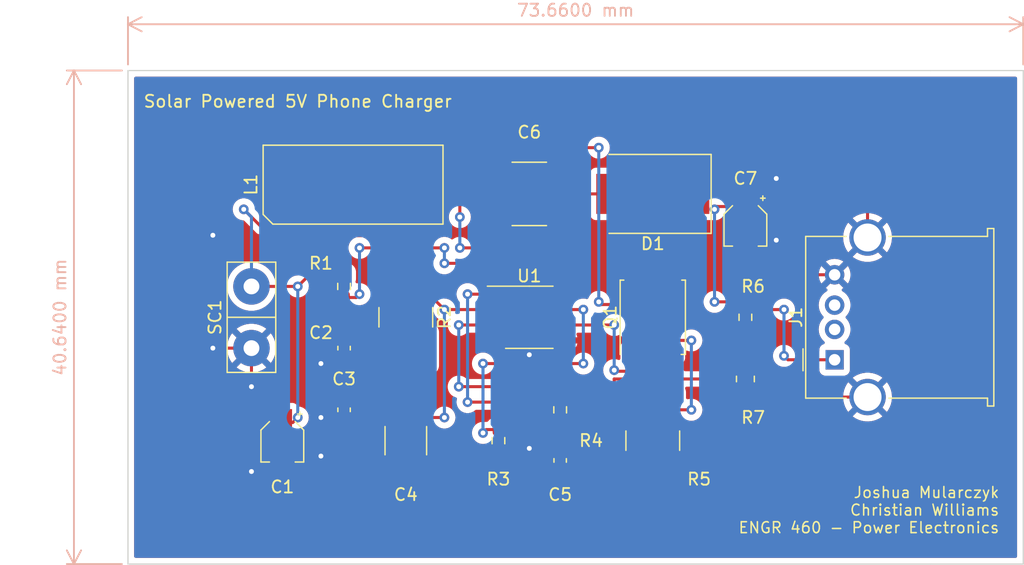
<source format=kicad_pcb>
(kicad_pcb (version 20211014) (generator pcbnew)
  (layers (0 "F.Cu" signal) (31 "B.Cu" signal) (34 "B.Paste" user) (35 "F.Paste" user) (36 "B.SilkS" user "B.Silkscreen") (37 "F.SilkS" user "F.Silkscreen") (38 "B.Mask" user) (39 "F.Mask" user) (44 "Edge.Cuts" user))
  (net 0 "")
  (net 1 "Net-(C4-Pad1)")
  (net 2 "Net-(C3-Pad1)")
  (net 3 "Net-(C5-Pad1)")
  (net 4 "GND")
  (net 5 "Net-(C1-Pad1)")
  (net 6 "Net-(C2-Pad1)")
  (net 7 "Net-(R3-Pad1)")
  (net 8 "Net-(R4-Pad1)")
  (net 9 "Net-(C7-Pad1)")
  (net 10 "Net-(R6-Pad2)")
  (net 11 "Net-(Q1-Pad5)")
  (net 12 "Net-(U1-Pad6)")
  (net 13 "Net-(C6-Pad2)")
  (footprint "SolarChargelibrary:SIP-2" (layer "F.Cu") (at 104.14 71.12 -90)
    (fp_text reference "SC1" (at 0 3 90) (layer "F.SilkS"))
    (fp_text value "Solar_Cell")
    (fp_line (start 4.54 -2) (end 4.54 2) (layer "F.SilkS") (width 0.12))
    (fp_line (start 0 -2) (end 0 2) (layer "F.SilkS") (width 0.12))
    (fp_line (start -4.54 -2) (end 4.54 -2) (layer "F.SilkS") (width 0.12))
    (fp_line (start -4.54 2) (end -4.54 -2) (layer "F.SilkS") (width 0.12))
    (fp_line (start 4.54 2) (end -4.54 2) (layer "F.SilkS") (width 0.12))
    (pad "1" thru_hole circle (at -2.54 0 270) (size 3 3) (drill 1.3) (layers *.Cu *.Mask) (net 5 "Net-(C1-Pad1)"))
    (pad "2" thru_hole circle (at 2.54 0 270) (size 3 3) (drill 1.3) (layers *.Cu *.Mask) (net 4 "GND"))
  )
  (footprint "Diode_SMD:D_SMC" (layer "F.Cu") (at 137.16 60.96 180)
    (fp_text reference "D1" (at 0 -4.1 180) (layer "F.SilkS"))
    (fp_text value "B340")
    (fp_line (start -4.8 3.25) (end -4.8 -3.25) (layer "F.SilkS") (width 0.12))
    (fp_line (start -4.8 3.25) (end 3.6 3.25) (layer "F.SilkS") (width 0.12))
    (fp_line (start -4.8 -3.25) (end 3.6 -3.25) (layer "F.SilkS") (width 0.12))
    (pad "1" smd rect (at -3.4 0 270) (size 3.3 2.5) (layers "F.Cu" "F.Paste" "F.Mask") (net 9 "Net-(C7-Pad1)"))
    (pad "2" smd rect (at 3.4 0 270) (size 3.3 2.5) (layers "F.Cu" "F.Paste" "F.Mask") (net 13 "Net-(C6-Pad2)"))
  )
  (footprint "Package_SO:SOIC-8_3.9x4.9mm_P1.27mm" (layer "F.Cu") (at 127 71.12)
    (fp_text reference "U1" (at 0 -3.4) (layer "F.SilkS"))
    (fp_text value "LM3478MA_NOPB")
    (fp_line (start 0 2.56) (end 1.95 2.56) (layer "F.SilkS") (width 0.12))
    (fp_line (start 0 2.56) (end -1.95 2.56) (layer "F.SilkS") (width 0.12))
    (fp_line (start 0 -2.56) (end -3.45 -2.56) (layer "F.SilkS") (width 0.12))
    (fp_line (start 0 -2.56) (end 1.95 -2.56) (layer "F.SilkS") (width 0.12))
    (pad "1" smd roundrect (at -2.475 -1.905) (size 1.95 0.6) (layers "F.Cu" "F.Paste" "F.Mask") (net 8 "Net-(R4-Pad1)"))
    (pad "2" smd roundrect (at -2.475 -0.635) (size 1.95 0.6) (layers "F.Cu" "F.Paste" "F.Mask") (net 1 "Net-(C4-Pad1)"))
    (pad "3" smd roundrect (at -2.475 0.635) (size 1.95 0.6) (layers "F.Cu" "F.Paste" "F.Mask") (net 10 "Net-(R6-Pad2)"))
    (pad "4" smd roundrect (at -2.475 1.905) (size 1.95 0.6) (layers "F.Cu" "F.Paste" "F.Mask") (net 4 "GND"))
    (pad "5" smd roundrect (at 2.475 1.905) (size 1.95 0.6) (layers "F.Cu" "F.Paste" "F.Mask") (net 4 "GND"))
    (pad "6" smd roundrect (at 2.475 0.635) (size 1.95 0.6) (layers "F.Cu" "F.Paste" "F.Mask") (net 12 "Net-(U1-Pad6)"))
    (pad "7" smd roundrect (at 2.475 -0.635) (size 1.95 0.6) (layers "F.Cu" "F.Paste" "F.Mask") (net 7 "Net-(R3-Pad1)"))
    (pad "8" smd roundrect (at 2.475 -1.905) (size 1.95 0.6) (layers "F.Cu" "F.Paste" "F.Mask") (net 6 "Net-(C2-Pad1)"))
  )
  (footprint "SolarChargelibrary:DRQ" (layer "F.Cu") (at 112.5 60.2)
    (fp_text reference "L1" (at -8.4 0 90) (layer "F.SilkS"))
    (fp_text value "10u")
    (fp_line (start -6.6 3.25) (end -7.4 2.45) (layer "F.SilkS") (width 0.12))
    (fp_line (start 7.4 -3.25) (end 7.4 3.25) (layer "F.SilkS") (width 0.12))
    (fp_line (start -7.4 2.45) (end -7.4 -3.25) (layer "F.SilkS") (width 0.12))
    (fp_line (start 7.4 3.25) (end -6.6 3.25) (layer "F.SilkS") (width 0.12))
    (fp_line (start -7.4 -3.25) (end 7.4 -3.25) (layer "F.SilkS") (width 0.12))
    (pad "1" smd rect (at -4.975 1.5) (size 3.85 2.5) (layers "F.Cu" "F.Paste" "F.Mask") (net 11 "Net-(Q1-Pad5)"))
    (pad "2" smd rect (at -4.975 -1.5) (size 3.85 2.5) (layers "F.Cu" "F.Paste" "F.Mask") (net 13 "Net-(C6-Pad2)"))
    (pad "3" smd rect (at 4.975 -1.5) (size 3.85 2.5) (layers "F.Cu" "F.Paste" "F.Mask") (net 5 "Net-(C1-Pad1)"))
    (pad "4" smd rect (at 4.975 1.5) (size 3.85 2.5) (layers "F.Cu" "F.Paste" "F.Mask") (net 4 "GND"))
  )
  (footprint "Resistor_SMD:R_2816_7142Metric_Pad3.20x4.45mm_HandSolder" (layer "F.Cu") (at 116.84 71.12 -90)
    (fp_text reference "R2" (at 0 -3.18 90) (layer "F.SilkS"))
    (fp_text value "887")
    (fp_line (start -0.797369 -2.21) (end 0.797369 -2.21) (layer "F.SilkS") (width 0.12))
    (fp_line (start -0.797369 2.21) (end 0.797369 2.21) (layer "F.SilkS") (width 0.12))
    (pad "1" smd roundrect (at -2.6 0 270) (size 3.2 4.45) (layers "F.Cu" "F.Paste" "F.Mask") (roundrect_rratio 0.078125) (net 1 "Net-(C4-Pad1)"))
    (pad "2" smd roundrect (at 2.6 0 270) (size 3.2 4.45) (layers "F.Cu" "F.Paste" "F.Mask") (roundrect_rratio 0.078125) (net 2 "Net-(C3-Pad1)"))
  )
  (footprint "Resistor_SMD:R_0603_1608Metric_Pad0.98x0.95mm_HandSolder" (layer "F.Cu") (at 124.46 81.28 -90)
    (fp_text reference "R3" (at 3.175 0 180) (layer "F.SilkS"))
    (fp_text value "51.1k")
    (fp_line (start -0.254724 0.5225) (end 0.254724 0.5225) (layer "F.SilkS") (width 0.12))
    (fp_line (start -0.254724 -0.5225) (end 0.254724 -0.5225) (layer "F.SilkS") (width 0.12))
    (pad "1" smd roundrect (at -0.9125 0 270) (size 0.975 0.95) (layers "F.Cu" "F.Paste" "F.Mask") (net 7 "Net-(R3-Pad1)"))
    (pad "2" smd roundrect (at 0.9125 0 270) (size 0.975 0.95) (layers "F.Cu" "F.Paste" "F.Mask") (net 4 "GND"))
  )
  (footprint "Capacitor_SMD:C_2220_5650Metric_Pad1.97x5.40mm_HandSolder" (layer "F.Cu") (at 127 60.96)
    (fp_text reference "C6" (at 0 -5.08) (layer "F.SilkS"))
    (fp_text value "1u")
    (fp_line (start -1.415748 2.61) (end 1.415748 2.61) (layer "F.SilkS") (width 0.12))
    (fp_line (start -1.415748 -2.61) (end 1.415748 -2.61) (layer "F.SilkS") (width 0.12))
    (pad "1" smd roundrect (at -2.6375 0) (size 1.975 5.4) (layers "F.Cu" "F.Paste" "F.Mask") (roundrect_rratio 0.1265817722) (net 11 "Net-(Q1-Pad5)"))
    (pad "2" smd roundrect (at 2.6375 0) (size 1.975 5.4) (layers "F.Cu" "F.Paste" "F.Mask") (roundrect_rratio 0.1265817722) (net 13 "Net-(C6-Pad2)"))
  )
  (footprint "Resistor_SMD:R_0603_1608Metric_Pad0.98x0.95mm_HandSolder" (layer "F.Cu") (at 129.54 78.74 -90)
    (fp_text reference "R4" (at 2.54 -2.54 180) (layer "F.SilkS"))
    (fp_text value "100")
    (fp_line (start -0.254724 -0.5225) (end 0.254724 -0.5225) (layer "F.SilkS") (width 0.12))
    (fp_line (start -0.254724 0.5225) (end 0.254724 0.5225) (layer "F.SilkS") (width 0.12))
    (pad "1" smd roundrect (at -0.9125 0 270) (size 0.975 0.95) (layers "F.Cu" "F.Paste" "F.Mask") (net 8 "Net-(R4-Pad1)"))
    (pad "2" smd roundrect (at 0.9125 0 270) (size 0.975 0.95) (layers "F.Cu" "F.Paste" "F.Mask") (net 3 "Net-(C5-Pad1)"))
  )
  (footprint "Capacitor_SMD:C_0603_1608Metric_Pad1.08x0.95mm_HandSolder" (layer "F.Cu") (at 111.76 78.74 -90)
    (fp_text reference "C3" (at -2.54 0 180) (layer "F.SilkS"))
    (fp_text value "82n")
    (fp_line (start -0.146267 0.51) (end 0.146267 0.51) (layer "F.SilkS") (width 0.12))
    (fp_line (start -0.146267 -0.51) (end 0.146267 -0.51) (layer "F.SilkS") (width 0.12))
    (pad "1" smd roundrect (at -0.8625 0 270) (size 1.075 0.95) (layers "F.Cu" "F.Paste" "F.Mask") (net 2 "Net-(C3-Pad1)"))
    (pad "2" smd roundrect (at 0.8625 0 270) (size 1.075 0.95) (layers "F.Cu" "F.Paste" "F.Mask") (net 4 "GND"))
  )
  (footprint "Capacitor_SMD:C_0603_1608Metric_Pad1.08x0.95mm_HandSolder" (layer "F.Cu") (at 111.76 73.66 -90)
    (fp_text reference "C2" (at -1.27 1.905 180) (layer "F.SilkS"))
    (fp_text value "100n")
    (fp_line (start -0.146267 -0.51) (end 0.146267 -0.51) (layer "F.SilkS") (width 0.12))
    (fp_line (start -0.146267 0.51) (end 0.146267 0.51) (layer "F.SilkS") (width 0.12))
    (pad "1" smd roundrect (at -0.8625 0 270) (size 1.075 0.95) (layers "F.Cu" "F.Paste" "F.Mask") (net 6 "Net-(C2-Pad1)"))
    (pad "2" smd roundrect (at 0.8625 0 270) (size 1.075 0.95) (layers "F.Cu" "F.Paste" "F.Mask") (net 4 "GND"))
  )
  (footprint "Resistor_SMD:R_0603_1608Metric_Pad0.98x0.95mm_HandSolder" (layer "F.Cu") (at 111.76 68.58 -90)
    (fp_text reference "R1" (at -1.905 1.905 180) (layer "F.SilkS"))
    (fp_text value "20")
    (fp_line (start -0.254724 0.5225) (end 0.254724 0.5225) (layer "F.SilkS") (width 0.12))
    (fp_line (start -0.254724 -0.5225) (end 0.254724 -0.5225) (layer "F.SilkS") (width 0.12))
    (pad "1" smd roundrect (at -0.9125 0 270) (size 0.975 0.95) (layers "F.Cu" "F.Paste" "F.Mask") (net 5 "Net-(C1-Pad1)"))
    (pad "2" smd roundrect (at 0.9125 0 270) (size 0.975 0.95) (layers "F.Cu" "F.Paste" "F.Mask") (net 6 "Net-(C2-Pad1)"))
  )
  (footprint "Resistor_SMD:R_0603_1608Metric_Pad0.98x0.95mm_HandSolder" (layer "F.Cu") (at 144.78 71.12 -90)
    (fp_text reference "R6" (at -2.54 -0.635 180) (layer "F.SilkS"))
    (fp_text value "29.4k")
    (fp_line (start -0.254724 0.5225) (end 0.254724 0.5225) (layer "F.SilkS") (width 0.12))
    (fp_line (start -0.254724 -0.5225) (end 0.254724 -0.5225) (layer "F.SilkS") (width 0.12))
    (pad "1" smd roundrect (at -0.9125 0 270) (size 0.975 0.95) (layers "F.Cu" "F.Paste" "F.Mask") (net 9 "Net-(C7-Pad1)"))
    (pad "2" smd roundrect (at 0.9125 0 270) (size 0.975 0.95) (layers "F.Cu" "F.Paste" "F.Mask") (net 10 "Net-(R6-Pad2)"))
  )
  (footprint "Capacitor_SMD:CP_Elec_3x5.3" (layer "F.Cu") (at 106.68 81.28 -90)
    (fp_text reference "C1" (at 3.81 0 180) (layer "F.SilkS"))
    (fp_text value "10u")
    (fp_line (start -1.570563 -1.06) (end -0.870563 -1.76) (layer "F.SilkS") (width 0.12))
    (fp_line (start 1.76 1.76) (end 1.76 1.06) (layer "F.SilkS") (width 0.12))
    (fp_line (start -2.1875 -1.6225) (end -2.1875 -1.2475) (layer "F.SilkS") (width 0.12))
    (fp_line (start -1.570563 1.06) (end -0.870563 1.76) (layer "F.SilkS") (width 0.12))
    (fp_line (start -0.870563 1.76) (end 1.76 1.76) (layer "F.SilkS") (width 0.12))
    (fp_line (start -0.870563 -1.76) (end 1.76 -1.76) (layer "F.SilkS") (width 0.12))
    (fp_line (start 1.76 -1.76) (end 1.76 -1.06) (layer "F.SilkS") (width 0.12))
    (fp_line (start -2.375 -1.435) (end -2 -1.435) (layer "F.SilkS") (width 0.12))
    (pad "1" smd rect (at -1.5 0 270) (size 2.2 1.6) (layers "F.Cu" "F.Paste" "F.Mask") (net 5 "Net-(C1-Pad1)"))
    (pad "2" smd rect (at 1.5 0 270) (size 2.2 1.6) (layers "F.Cu" "F.Paste" "F.Mask") (net 4 "GND"))
  )
  (footprint "Resistor_SMD:R_0805_2012Metric" (layer "F.Cu") (at 144.78 76.2 -90)
    (fp_text reference "R7" (at 3.175 -0.635 180) (layer "F.SilkS"))
    (fp_text value "10k")
    (fp_line (start -0.227064 0.735) (end 0.227064 0.735) (layer "F.SilkS") (width 0.12))
    (fp_line (start -0.227064 -0.735) (end 0.227064 -0.735) (layer "F.SilkS") (width 0.12))
    (pad "1" smd roundrect (at -0.9125 0 270) (size 1.025 1.4) (layers "F.Cu" "F.Paste" "F.Mask") (roundrect_rratio 0.243902439) (net 10 "Net-(R6-Pad2)"))
    (pad "2" smd roundrect (at 0.9125 0 270) (size 1.025 1.4) (layers "F.Cu" "F.Paste" "F.Mask") (roundrect_rratio 0.243902439) (net 4 "GND"))
  )
  (footprint "Package_TO_SOT_SMD:TDSON-8-1" (layer "F.Cu") (at 137.16 71.12 90)
    (fp_text reference "Q1" (at 0 -3.5 90) (layer "F.SilkS"))
    (fp_text value "CSD16410Q5A")
    (fp_line (start -3.06 2.335) (end -3.06 2.685) (layer "F.SilkS") (width 0.12))
    (fp_line (start 3.06 2.685) (end -3.06 2.685) (layer "F.SilkS") (width 0.12))
    (fp_line (start 3.06 -2.385) (end 3.06 -2.685) (layer "F.SilkS") (width 0.12))
    (fp_line (start 3.06 -2.685) (end -3.06 -2.685) (layer "F.SilkS") (width 0.12))
    (fp_line (start 3.06 2.385) (end 3.06 2.685) (layer "F.SilkS") (width 0.12))
    (pad "1" smd rect (at -2.9 -1.905 90) (size 0.85 0.5) (layers "F.Cu" "F.Paste" "F.Mask") (net 3 "Net-(C5-Pad1)"))
    (pad "2" smd rect (at -2.9 -0.635 90) (size 0.85 0.5) (layers "F.Cu" "F.Paste" "F.Mask") (net 3 "Net-(C5-Pad1)"))
    (pad "3" smd rect (at -2.9 0.635 90) (size 0.85 0.5) (layers "F.Cu" "F.Paste" "F.Mask") (net 3 "Net-(C5-Pad1)"))
    (pad "4" smd rect (at -2.9 1.905 90) (size 0.85 0.5) (layers "F.Cu" "F.Paste" "F.Mask") (net 12 "Net-(U1-Pad6)"))
    (pad "5" smd rect (at 1.05 0 90) (size 4.55 4.41) (layers "F.Cu") (net 11 "Net-(Q1-Pad5)"))
  )
  (footprint "Connector_USB:USB_A_Molex_67643_Horizontal" (layer "F.Cu") (at 152.12 74.62 90)
    (fp_text reference "J1" (at 3.5 -3.19 90) (layer "F.SilkS"))
    (fp_text value "USB_A")
    (fp_line (start 10.81 13.1) (end 10.81 12.58) (layer "F.SilkS") (width 0.12))
    (fp_line (start 10.81 12.58) (end 10.16 12.58) (layer "F.SilkS") (width 0.12))
    (fp_line (start -3.16 12.58) (end -3.81 12.58) (layer "F.SilkS") (width 0.12))
    (fp_line (start 10.16 -2.38) (end 10.16 0.95) (layer "F.SilkS") (width 0.12))
    (fp_line (start 10.16 4.47) (end 10.16 12.58) (layer "F.SilkS") (width 0.12))
    (fp_line (start -3.16 -2.38) (end 10.16 -2.38) (layer "F.SilkS") (width 0.12))
    (fp_line (start -0.9 -2.6) (end 0.9 -2.6) (layer "F.SilkS") (width 0.12))
    (fp_line (start -3.16 12.58) (end -3.16 4.47) (layer "F.SilkS") (width 0.12))
    (fp_line (start -3.16 -2.38) (end -3.16 0.95) (layer "F.SilkS") (width 0.12))
    (fp_line (start -3.81 13.1) (end 10.81 13.1) (layer "F.SilkS") (width 0.12))
    (fp_line (start -3.81 12.58) (end -3.81 13.1) (layer "F.SilkS") (width 0.12))
    (pad "1" thru_hole rect (at 0 0 90) (size 1.6 1.5) (drill 0.95) (layers *.Cu *.Mask) (net 9 "Net-(C7-Pad1)"))
    (pad "2" thru_hole circle (at 2.5 0 90) (size 1.6 1.6) (drill 0.95) (layers *.Cu *.Mask))
    (pad "3" thru_hole circle (at 4.5 0 90) (size 1.6 1.6) (drill 0.95) (layers *.Cu *.Mask))
    (pad "4" thru_hole circle (at 7 0 90) (size 1.6 1.6) (drill 0.95) (layers *.Cu *.Mask) (net 4 "GND"))
    (pad "5" thru_hole circle (at 10.07 2.71 90) (size 3 3) (drill 2.3) (layers *.Cu *.Mask) (net 4 "GND"))
    (pad "5" thru_hole circle (at -3.07 2.71 90) (size 3 3) (drill 2.3) (layers *.Cu *.Mask) (net 4 "GND"))
  )
  (footprint "Capacitor_SMD:CP_Elec_3x5.3" (layer "F.Cu") (at 144.78 63.5 -90)
    (fp_text reference "C7" (at -3.81 0 180) (layer "F.SilkS"))
    (fp_text value "47u")
    (fp_line (start -2.1875 -1.6225) (end -2.1875 -1.2475) (layer "F.SilkS") (width 0.12))
    (fp_line (start -0.870563 -1.76) (end 1.76 -1.76) (layer "F.SilkS") (width 0.12))
    (fp_line (start 1.76 -1.76) (end 1.76 -1.06) (layer "F.SilkS") (width 0.12))
    (fp_line (start -2.375 -1.435) (end -2 -1.435) (layer "F.SilkS") (width 0.12))
    (fp_line (start -1.570563 -1.06) (end -0.870563 -1.76) (layer "F.SilkS") (width 0.12))
    (fp_line (start -1.570563 1.06) (end -0.870563 1.76) (layer "F.SilkS") (width 0.12))
    (fp_line (start 1.76 1.76) (end 1.76 1.06) (layer "F.SilkS") (width 0.12))
    (fp_line (start -0.870563 1.76) (end 1.76 1.76) (layer "F.SilkS") (width 0.12))
    (pad "1" smd rect (at -1.5 0 270) (size 2.2 1.6) (layers "F.Cu" "F.Paste" "F.Mask") (net 9 "Net-(C7-Pad1)"))
    (pad "2" smd rect (at 1.5 0 270) (size 2.2 1.6) (layers "F.Cu" "F.Paste" "F.Mask") (net 4 "GND"))
  )
  (footprint "Capacitor_SMD:C_0603_1608Metric_Pad1.08x0.95mm_HandSolder" (layer "F.Cu") (at 129.54 82.9075 -90)
    (fp_text reference "C5" (at 2.8175 0 180) (layer "F.SilkS"))
    (fp_text value "1n")
    (fp_line (start -0.146267 0.51) (end 0.146267 0.51) (layer "F.SilkS") (width 0.12))
    (fp_line (start -0.146267 -0.51) (end 0.146267 -0.51) (layer "F.SilkS") (width 0.12))
    (pad "1" smd roundrect (at -0.8625 0 270) (size 1.075 0.95) (layers "F.Cu" "F.Paste" "F.Mask") (net 3 "Net-(C5-Pad1)"))
    (pad "2" smd roundrect (at 0.8625 0 270) (size 1.075 0.95) (layers "F.Cu" "F.Paste" "F.Mask") (net 4 "GND"))
  )
  (footprint "Capacitor_SMD:C_1812_4532Metric_Pad1.57x3.40mm_HandSolder" (layer "F.Cu") (at 116.84 81.28 -90)
    (fp_text reference "C4" (at 4.445 0 180) (layer "F.SilkS"))
    (fp_text value "200p")
    (fp_line (start -1.161252 1.71) (end 1.161252 1.71) (layer "F.SilkS") (width 0.12))
    (fp_line (start -1.161252 -1.71) (end 1.161252 -1.71) (layer "F.SilkS") (width 0.12))
    (pad "1" smd roundrect (at -2.1375 0 270) (size 1.575 3.4) (layers "F.Cu" "F.Paste" "F.Mask") (roundrect_rratio 0.1587301587) (net 1 "Net-(C4-Pad1)"))
    (pad "2" smd roundrect (at 2.1375 0 270) (size 1.575 3.4) (layers "F.Cu" "F.Paste" "F.Mask") (roundrect_rratio 0.1587301587) (net 4 "GND"))
  )
  (footprint "Resistor_SMD:R_2816_7142Metric_Pad3.20x4.45mm_HandSolder" (layer "F.Cu") (at 137.16 81.28 -90)
    (fp_text reference "R5" (at 3.175 -3.81 180) (layer "F.SilkS"))
    (fp_text value "25m")
    (fp_line (start -0.797369 -2.21) (end 0.797369 -2.21) (layer "F.SilkS") (width 0.12))
    (fp_line (start -0.797369 2.21) (end 0.797369 2.21) (layer "F.SilkS") (width 0.12))
    (pad "1" smd roundrect (at -2.6 0 270) (size 3.2 4.45) (layers "F.Cu" "F.Paste" "F.Mask") (roundrect_rratio 0.078125) (net 3 "Net-(C5-Pad1)"))
    (pad "2" smd roundrect (at 2.6 0 270) (size 3.2 4.45) (layers "F.Cu" "F.Paste" "F.Mask") (roundrect_rratio 0.078125) (net 4 "GND"))
  )
  (gr_line (start 93.98 91.44) (end 160.02 91.44) (layer "Edge.Cuts") (width 0.1))
  (gr_line (start 93.98 50.8) (end 93.98 91.44) (layer "Edge.Cuts") (width 0.1))
  (gr_line (start 160.02 50.8) (end 93.98 50.8) (layer "Edge.Cuts") (width 0.1))
  (gr_line (start 167.64 91.44) (end 167.64 50.8) (layer "Edge.Cuts") (width 0.1))
  (gr_line (start 167.64 50.8) (end 160.02 50.8) (layer "Edge.Cuts") (width 0.1))
  (gr_line (start 160.02 91.44) (end 167.64 91.44) (layer "Edge.Cuts") (width 0.1))
  (gr_text "Solar Powered 5V Phone Charger" (at 107.95 53.34) (layer "F.SilkS") (effects (font (size 1 1))))
  (gr_text "Joshua Mularczyk\nChristian Williams\nENGR 460 - Power Electronics" (at 165.735 86.995) (layer "F.SilkS") (effects (font (size 0.9 0.9) (thickness 0.125)) (justify right)))
  (dimension (type aligned) (layer "B.SilkS") (pts (xy 93.98 91.44) (xy 93.98 50.8)) (height -4.445) (gr_text "40.6400 mm" (at 88.385 71.12 90) (layer "B.SilkS") (effects (font (size 1 1) (thickness 0.15)))) (format (units 3) (units_format 1) (precision 4)) (style (thickness 0.15) (arrow_length 1.27) (text_position_mode 0) (extension_height 0.58642) (extension_offset 0.5) keep_text_aligned))
  (dimension (type aligned) (layer "B.SilkS") (pts (xy 93.98 50.8) (xy 167.64 50.8)) (height -3.81) (gr_text "73.6600 mm" (at 130.81 45.84) (layer "B.SilkS") (effects (font (size 1 1) (thickness 0.15)))) (format (units 3) (units_format 1) (precision 4)) (style (thickness 0.15) (arrow_length 1.27) (text_position_mode 0) (extension_height 0.58642) (extension_offset 0.5) keep_text_aligned))
  (segment (start 120.015 70.485) (end 118.05 68.52) (width 0.25) (layer "F.Cu") (net 1))
  (segment (start 117.0725 79.375) (end 120.015 79.375) (width 0.25) (layer "F.Cu") (net 1))
  (segment (start 120.015 70.485) (end 124.525 70.485) (width 0.25) (layer "F.Cu") (net 1))
  (segment (start 116.84 79.1425) (end 117.0725 79.375) (width 0.25) (layer "F.Cu") (net 1))
  (segment (start 118.05 68.52) (end 116.84 68.52) (width 0.25) (layer "F.Cu") (net 1))
  (via (at 120.015 70.485) (size 0.8) (drill 0.4) (layers "F.Cu" "B.Cu") (net 1))
  (via (at 120.015 79.375) (size 0.8) (drill 0.4) (layers "F.Cu" "B.Cu") (net 1))
  (segment (start 120.015 79.375) (end 120.015 70.485) (width 0.25) (layer "B.Cu") (net 1))
  (segment (start 116.4325 77.8775) (end 116.84 77.47) (width 0.25) (layer "F.Cu") (net 2))
  (segment (start 111.76 77.8775) (end 116.4325 77.8775) (width 0.25) (layer "F.Cu") (net 2))
  (segment (start 116.84 77.47) (end 116.84 73.72) (width 0.25) (layer "F.Cu") (net 2))
  (segment (start 137.1 78.74) (end 130.81 78.74) (width 0.25) (layer "F.Cu") (net 3))
  (segment (start 136.525 73.025) (end 136.525 74.02) (width 0.25) (layer "F.Cu") (net 3))
  (segment (start 136.525 74.02) (end 135.255 74.02) (width 0.25) (layer "F.Cu") (net 3))
  (segment (start 137.16 78.68) (end 137.1 78.74) (width 0.25) (layer "F.Cu") (net 3))
  (segment (start 140.335 73.025) (end 136.525 73.025) (width 0.25) (layer "F.Cu") (net 3))
  (segment (start 130.81 80.01) (end 129.8975 80.01) (width 0.25) (layer "F.Cu") (net 3))
  (segment (start 137.16 78.68) (end 137.22 78.74) (width 0.25) (layer "F.Cu") (net 3))
  (segment (start 129.8975 80.01) (end 129.54 79.6525) (width 0.25) (layer "F.Cu") (net 3))
  (segment (start 129.54 79.6525) (end 129.54 82.045) (width 0.25) (layer "F.Cu") (net 3))
  (segment (start 130.81 78.74) (end 130.81 80.01) (width 0.25) (layer "F.Cu") (net 3))
  (segment (start 137.22 78.74) (end 140.335 78.74) (width 0.25) (layer "F.Cu") (net 3))
  (segment (start 137.795 74.02) (end 136.525 74.02) (width 0.25) (layer "F.Cu") (net 3))
  (via (at 140.335 78.74) (size 0.8) (drill 0.4) (layers "F.Cu" "B.Cu") (net 3))
  (via (at 140.335 73.025) (size 0.8) (drill 0.4) (layers "F.Cu" "B.Cu") (net 3))
  (segment (start 140.335 78.74) (end 140.335 73.025) (width 0.25) (layer "B.Cu") (net 3))
  (segment (start 154.83 77.69) (end 145.3575 77.69) (width 0.25) (layer "F.Cu") (net 4))
  (segment (start 110.2625 74.5225) (end 109.855 74.93) (width 0.25) (layer "F.Cu") (net 4))
  (segment (start 154.94 59.69) (end 154.83 59.8) (width 0.25) (layer "F.Cu") (net 4))
  (segment (start 109.855 79.375) (end 111.5325 79.375) (width 0.25) (layer "F.Cu") (net 4))
  (segment (start 117.475 61.7) (end 116 61.7) (width 0.25) (layer "F.Cu") (net 4))
  (segment (start 137.16 83.88) (end 138.0125 83.88) (width 0.25) (layer "F.Cu") (net 4))
  (segment (start 152.12 67.62) (end 150.17 67.62) (width 0.25) (layer "F.Cu") (net 4))
  (segment (start 154.83 64.55) (end 156.845 66.565) (width 0.25) (layer "F.Cu") (net 4))
  (segment (start 154.83 59.8) (end 154.83 64.55) (width 0.25) (layer "F.Cu") (net 4))
  (segment (start 106.68 82.78) (end 109.625 82.78) (width 0.25) (layer "F.Cu") (net 4))
  (segment (start 129.54 73.09) (end 129.475 73.025) (width 0.25) (layer "F.Cu") (net 4))
  (segment (start 123.235 83.4175) (end 124.46 82.1925) (width 0.25) (layer "F.Cu") (net 4))
  (segment (start 156.845 66.565) (end 156.845 75.675) (width 0.25) (layer "F.Cu") (net 4))
  (segment (start 124.46 74.295) (end 127 74.295) (width 0.25) (layer "F.Cu") (net 4))
  (segment (start 137.05 83.77) (end 137.16 83.88) (width 0.25) (layer "F.Cu") (net 4))
  (segment (start 129.54 83.77) (end 137.05 83.77) (width 0.25) (layer "F.Cu") (net 4))
  (segment (start 145.3575 77.69) (end 144.78 77.1125) (width 0.25) (layer "F.Cu") (net 4))
  (segment (start 127 74.295) (end 127 74.2055) (width 0.25) (layer "F.Cu") (net 4))
  (segment (start 111.5325 79.375) (end 111.76 79.6025) (width 0.25) (layer "F.Cu") (net 4))
  (segment (start 100.965 73.66) (end 104.14 73.66) (width 0.25) (layer "F.Cu") (net 4))
  (segment (start 127 74.295) (end 129.54 74.295) (width 0.25) (layer "F.Cu") (net 4))
  (segment (start 111.76 83.185) (end 111.9925 83.4175) (width 0.25) (layer "F.Cu") (net 4))
  (segment (start 116.84 83.4175) (end 123.235 83.4175) (width 0.25) (layer "F.Cu") (net 4))
  (segment (start 113.3 64.4) (end 101 64.4) (width 0.25) (layer "F.Cu") (net 4))
  (segment (start 109.625 82.78) (end 109.855 82.55) (width 0.25) (layer "F.Cu") (net 4))
  (segment (start 126.0375 83.77) (end 124.46 82.1925) (width 0.25) (layer "F.Cu") (net 4))
  (segment (start 129.54 83.77) (end 126.0375 83.77) (width 0.25) (layer "F.Cu") (net 4))
  (segment (start 111.76 79.6025) (end 111.76 83.185) (width 0.25) (layer "F.Cu") (net 4))
  (segment (start 106.68 83.82) (end 106.68 82.78) (width 0.25) (layer "F.Cu") (net 4))
  (segment (start 150.17 67.62) (end 147.32 64.77) (width 0.25) (layer "F.Cu") (net 4))
  (segment (start 104.14 76.835) (end 104.14 73.66) (width 0.25) (layer "F.Cu") (net 4))
  (segment (start 156.845 75.675) (end 154.83 77.69) (width 0.25) (layer "F.Cu") (net 4))
  (segment (start 124.525 73.025) (end 124.525 74.23) (width 0.25) (layer "F.Cu") (net 4))
  (segment (start 124.7375 81.915) (end 124.46 82.1925) (width 0.25) (layer "F.Cu") (net 4))
  (segment (start 138.0125 83.88) (end 144.78 77.1125) (width 0.25) (layer "F.Cu") (net 4))
  (segment (start 147.09 65) (end 147.32 64.77) (width 0.25) (layer "F.Cu") (net 4))
  (segment (start 111.76 74.5225) (end 110.2625 74.5225) (width 0.25) (layer "F.Cu") (net 4))
  (segment (start 116 61.7) (end 113.3 64.4) (width 0.25) (layer "F.Cu") (net 4))
  (segment (start 124.525 74.23) (end 124.46 74.295) (width 0.25) (layer "F.Cu") (net 4))
  (segment (start 101 64.4) (end 100.965 64.365) (width 0.25) (layer "F.Cu") (net 4))
  (segment (start 111.9925 83.4175) (end 116.84 83.4175) (width 0.25) (layer "F.Cu") (net 4))
  (segment (start 127 81.915) (end 124.7375 81.915) (width 0.25) (layer "F.Cu") (net 4))
  (segment (start 129.54 74.295) (end 129.54 73.09) (width 0.25) (layer "F.Cu") (net 4))
  (segment (start 104.14 83.82) (end 106.68 83.82) (width 0.25) (layer "F.Cu") (net 4))
  (segment (start 144.78 65) (end 147.09 65) (width 0.25) (layer "F.Cu") (net 4))
  (segment (start 147.32 59.69) (end 154.94 59.69) (width 0.25) (layer "F.Cu") (net 4))
  (via (at 127 81.915) (size 0.8) (drill 0.4) (layers "F.Cu" "B.Cu") (net 4))
  (via (at 100.965 64.365) (size 0.8) (drill 0.4) (layers "F.Cu" "B.Cu") (net 4))
  (via (at 127 74.2055) (size 0.8) (drill 0.4) (layers "F.Cu" "B.Cu") (net 4))
  (via (at 147.32 64.77) (size 0.8) (drill 0.4) (layers "F.Cu" "B.Cu") (net 4))
  (via (at 104.14 76.835) (size 0.8) (drill 0.4) (layers "F.Cu" "B.Cu") (net 4))
  (via (at 147.32 59.69) (size 0.8) (drill 0.4) (layers "F.Cu" "B.Cu") (net 4))
  (via (at 109.855 74.93) (size 0.8) (drill 0.4) (layers "F.Cu" "B.Cu") (net 4))
  (via (at 109.855 79.375) (size 0.8) (drill 0.4) (layers "F.Cu" "B.Cu") (net 4))
  (via (at 100.965 73.66) (size 0.8) (drill 0.4) (layers "F.Cu" "B.Cu") (net 4))
  (via (at 104.14 83.82) (size 0.8) (drill 0.4) (layers "F.Cu" "B.Cu") (net 4))
  (via (at 109.855 82.55) (size 0.8) (drill 0.4) (layers "F.Cu" "B.Cu") (net 4))
  (segment (start 147.32 64.77) (end 147.32 59.69) (width 0.25) (layer "B.Cu") (net 4))
  (segment (start 104.14 83.82) (end 104.14 76.835) (width 0.25) (layer "B.Cu") (net 4))
  (segment (start 127 74.2055) (end 127 81.915) (width 0.25) (layer "B.Cu") (net 4))
  (segment (start 109.855 82.55) (end 109.855 79.375) (width 0.25) (layer "B.Cu") (net 4))
  (segment (start 100.965 64.365) (end 100.965 73.66) (width 0.25) (layer "B.Cu") (net 4))
  (segment (start 109.855 74.93) (end 109.855 79.375) (width 0.25) (layer "B.Cu") (net 4))
  (segment (start 106.68 79.78) (end 107.545 79.78) (width 0.25) (layer "F.Cu") (net 5))
  (segment (start 108.8625 67.6675) (end 107.95 68.58) (width 0.25) (layer "F.Cu") (net 5))
  (segment (start 104.975 63.7) (end 103.505 62.23) (width 0.25) (layer "F.Cu") (net 5))
  (segment (start 113 58.7) (end 112.1 59.6) (width 0.25) (layer "F.Cu") (net 5))
  (segment (start 107.95 68.58) (end 104.14 68.58) (width 0.25) (layer "F.Cu") (net 5))
  (segment (start 117.475 58.7) (end 113 58.7) (width 0.25) (layer "F.Cu") (net 5))
  (segment (start 112.1 59.6) (end 112.1 63.7) (width 0.25) (layer "F.Cu") (net 5))
  (segment (start 111.76 67.6675) (end 108.8625 67.6675) (width 0.25) (layer "F.Cu") (net 5))
  (segment (start 112.1 63.7) (end 104.975 63.7) (width 0.25) (layer "F.Cu") (net 5))
  (segment (start 107.545 79.78) (end 107.95 79.375) (width 0.25) (layer "F.Cu") (net 5))
  (via (at 103.505 62.23) (size 0.8) (drill 0.4) (layers "F.Cu" "B.Cu") (net 5))
  (via (at 107.95 79.375) (size 0.8) (drill 0.4) (layers "F.Cu" "B.Cu") (net 5))
  (via (at 107.95 68.58) (size 0.8) (drill 0.4) (layers "F.Cu" "B.Cu") (net 5))
  (segment (start 107.95 79.375) (end 107.95 68.58) (width 0.25) (layer "B.Cu") (net 5))
  (segment (start 104.14 62.865) (end 104.14 68.58) (width 0.25) (layer "B.Cu") (net 5))
  (segment (start 103.505 62.23) (end 104.14 62.865) (width 0.25) (layer "B.Cu") (net 5))
  (segment (start 120.015 66.675) (end 129.54 66.675) (width 0.25) (layer "F.Cu") (net 6))
  (segment (start 111.76 69.4925) (end 111.76 72.7975) (width 0.25) (layer "F.Cu") (net 6))
  (segment (start 113.03 65.405) (end 120.015 65.405) (width 0.25) (layer "F.Cu") (net 6))
  (segment (start 112.7525 69.4925) (end 113.03 69.215) (width 0.25) (layer "F.Cu") (net 6))
  (segment (start 129.54 66.675) (end 129.54 69.15) (width 0.25) (layer "F.Cu") (net 6))
  (segment (start 111.76 69.4925) (end 112.7525 69.4925) (width 0.25) (layer "F.Cu") (net 6))
  (segment (start 129.54 69.15) (end 129.475 69.215) (width 0.25) (layer "F.Cu") (net 6))
  (via (at 120.015 65.405) (size 0.8) (drill 0.4) (layers "F.Cu" "B.Cu") (net 6))
  (via (at 113.03 69.215) (size 0.8) (drill 0.4) (layers "F.Cu" "B.Cu") (net 6))
  (via (at 120.015 66.675) (size 0.8) (drill 0.4) (layers "F.Cu" "B.Cu") (net 6))
  (via (at 113.03 65.405) (size 0.8) (drill 0.4) (layers "F.Cu" "B.Cu") (net 6))
  (segment (start 113.03 69.215) (end 113.03 65.405) (width 0.25) (layer "B.Cu") (net 6))
  (segment (start 120.015 65.405) (end 120.015 66.675) (width 0.25) (layer "B.Cu") (net 6))
  (segment (start 123.4675 80.3675) (end 123.19 80.645) (width 0.25) (layer "F.Cu") (net 7))
  (segment (start 123.19 74.93) (end 131.445 74.93) (width 0.25) (layer "F.Cu") (net 7))
  (segment (start 131.445 70.485) (end 129.475 70.485) (width 0.25) (layer "F.Cu") (net 7))
  (segment (start 124.46 80.3675) (end 123.4675 80.3675) (width 0.25) (layer "F.Cu") (net 7))
  (via (at 123.19 74.93) (size 0.8) (drill 0.4) (layers "F.Cu" "B.Cu") (net 7))
  (via (at 131.445 70.485) (size 0.8) (drill 0.4) (layers "F.Cu" "B.Cu") (net 7))
  (via (at 131.445 74.93) (size 0.8) (drill 0.4) (layers "F.Cu" "B.Cu") (net 7))
  (via (at 123.19 80.645) (size 0.8) (drill 0.4) (layers "F.Cu" "B.Cu") (net 7))
  (segment (start 131.445 74.93) (end 131.445 70.485) (width 0.25) (layer "B.Cu") (net 7))
  (segment (start 123.19 80.645) (end 123.19 74.93) (width 0.25) (layer "B.Cu") (net 7))
  (segment (start 124.525 69.215) (end 121.92 69.215) (width 0.25) (layer "F.Cu") (net 8))
  (segment (start 121.92 78.105) (end 129.2625 78.105) (width 0.25) (layer "F.Cu") (net 8))
  (segment (start 129.2625 78.105) (end 129.54 77.8275) (width 0.25) (layer "F.Cu") (net 8))
  (via (at 121.92 69.215) (size 0.8) (drill 0.4) (layers "F.Cu" "B.Cu") (net 8))
  (via (at 121.92 78.105) (size 0.8) (drill 0.4) (layers "F.Cu" "B.Cu") (net 8))
  (segment (start 121.92 69.215) (end 121.92 78.105) (width 0.25) (layer "B.Cu") (net 8))
  (segment (start 152.12 74.62) (end 148.28 74.62) (width 0.25) (layer "F.Cu") (net 9))
  (segment (start 142.47 62) (end 142.24 62.23) (width 0.25) (layer "F.Cu") (net 9))
  (segment (start 142.24 69.85) (end 144.4225 69.85) (width 0.25) (layer "F.Cu") (net 9))
  (segment (start 139.31 60.96) (end 143.74 60.96) (width 0.25) (layer "F.Cu") (net 9))
  (segment (start 144.78 62) (end 142.47 62) (width 0.25) (layer "F.Cu") (net 9))
  (segment (start 147.955 70.485) (end 145.0575 70.485) (width 0.25) (layer "F.Cu") (net 9))
  (segment (start 148.28 74.62) (end 147.955 74.295) (width 0.25) (layer "F.Cu") (net 9))
  (segment (start 145.0575 70.485) (end 144.78 70.2075) (width 0.25) (layer "F.Cu") (net 9))
  (segment (start 143.74 60.96) (end 144.78 62) (width 0.25) (layer "F.Cu") (net 9))
  (segment (start 144.4225 69.85) (end 144.78 70.2075) (width 0.25) (layer "F.Cu") (net 9))
  (via (at 142.24 62.23) (size 0.8) (drill 0.4) (layers "F.Cu" "B.Cu") (net 9))
  (via (at 147.955 70.485) (size 0.8) (drill 0.4) (layers "F.Cu" "B.Cu") (net 9))
  (via (at 142.24 69.85) (size 0.8) (drill 0.4) (layers "F.Cu" "B.Cu") (net 9))
  (via (at 147.955 74.295) (size 0.8) (drill 0.4) (layers "F.Cu" "B.Cu") (net 9))
  (segment (start 142.24 62.23) (end 142.24 69.85) (width 0.25) (layer "B.Cu") (net 9))
  (segment (start 147.955 74.295) (end 147.955 70.485) (width 0.25) (layer "B.Cu") (net 9))
  (segment (start 144.78 72.0325) (end 144.78 75.2875) (width 0.25) (layer "F.Cu") (net 10))
  (segment (start 133.985 76.2) (end 143.8675 76.2) (width 0.25) (layer "F.Cu") (net 10))
  (segment (start 133.985 76.835) (end 133.985 76.2) (width 0.25) (layer "F.Cu") (net 10))
  (segment (start 143.8675 76.2) (end 144.78 75.2875) (width 0.25) (layer "F.Cu") (net 10))
  (segment (start 121.1955 76.835) (end 133.985 76.835) (width 0.25) (layer "F.Cu") (net 10))
  (segment (start 124.525 71.755) (end 121.1955 71.755) (width 0.25) (layer "F.Cu") (net 10))
  (via (at 121.1955 71.755) (size 0.8) (drill 0.4) (layers "F.Cu" "B.Cu") (net 10))
  (via (at 121.1955 76.835) (size 0.8) (drill 0.4) (layers "F.Cu" "B.Cu") (net 10))
  (segment (start 121.1955 71.755) (end 121.1955 76.835) (width 0.25) (layer "B.Cu") (net 10))
  (segment (start 137.16 70.07) (end 132.935 70.07) (width 0.25) (layer "F.Cu") (net 11))
  (segment (start 104.5 54.9) (end 122.5 54.9) (width 0.25) (layer "F.Cu") (net 11))
  (segment (start 122.5 54.9) (end 124.3625 56.7625) (width 0.25) (layer "F.Cu") (net 11))
  (segment (start 104.6 61.7) (end 104.5 61.6) (width 0.25) (layer "F.Cu") (net 11))
  (segment (start 124.46 57.15) (end 124.3625 57.2475) (width 0.25) (layer "F.Cu") (net 11))
  (segment (start 132.935 70.07) (end 132.715 69.85) (width 0.25) (layer "F.Cu") (net 11))
  (segment (start 124.3625 57.2475) (end 124.3625 60.96) (width 0.25) (layer "F.Cu") (net 11))
  (segment (start 104.5 61.6) (end 104.5 54.9) (width 0.25) (layer "F.Cu") (net 11))
  (segment (start 132.715 57.15) (end 124.46 57.15) (width 0.25) (layer "F.Cu") (net 11))
  (segment (start 124.3625 56.7625) (end 124.3625 60.96) (width 0.25) (layer "F.Cu") (net 11))
  (segment (start 107.525 61.7) (end 104.6 61.7) (width 0.25) (layer "F.Cu") (net 11))
  (via (at 132.715 69.85) (size 0.8) (drill 0.4) (layers "F.Cu" "B.Cu") (net 11))
  (via (at 132.715 57.15) (size 0.8) (drill 0.4) (layers "F.Cu" "B.Cu") (net 11))
  (segment (start 132.715 69.85) (end 132.715 57.15) (width 0.25) (layer "B.Cu") (net 11))
  (segment (start 139.065 75.565) (end 139.065 74.02) (width 0.25) (layer "F.Cu") (net 12))
  (segment (start 134.0745 75.565) (end 139.065 75.565) (width 0.25) (layer "F.Cu") (net 12))
  (segment (start 133.985 75.4755) (end 134.0745 75.565) (width 0.25) (layer "F.Cu") (net 12))
  (segment (start 129.475 71.755) (end 133.985 71.755) (width 0.25) (layer "F.Cu") (net 12))
  (via (at 133.985 71.755) (size 0.8) (drill 0.4) (layers "F.Cu" "B.Cu") (net 12))
  (via (at 133.985 75.4755) (size 0.8) (drill 0.4) (layers "F.Cu" "B.Cu") (net 12))
  (segment (start 133.985 71.755) (end 133.985 75.4755) (width 0.25) (layer "B.Cu") (net 12))
  (segment (start 107.525 56.025) (end 107.5 56) (width 0.25) (layer "F.Cu") (net 13))
  (segment (start 135.01 60.96) (end 129.6375 60.96) (width 0.25) (layer "F.Cu") (net 13))
  (segment (start 107.525 58.7) (end 107.525 56.025) (width 0.25) (layer "F.Cu") (net 13))
  (segment (start 121.285 65.405) (end 129.54 65.405) (width 0.25) (layer "F.Cu") (net 13))
  (segment (start 129.6375 65.3075) (end 129.6375 60.96) (width 0.25) (layer "F.Cu") (net 13))
  (segment (start 121.285 56.385) (end 121.285 62.865) (width 0.25) (layer "F.Cu") (net 13))
  (segment (start 107.5 56) (end 120.9 56) (width 0.25) (layer "F.Cu") (net 13))
  (segment (start 120.9 56) (end 121.285 56.385) (width 0.25) (layer "F.Cu") (net 13))
  (segment (start 129.54 65.405) (end 129.6375 65.3075) (width 0.25) (layer "F.Cu") (net 13))
  (via (at 121.285 65.405) (size 0.8) (drill 0.4) (layers "F.Cu" "B.Cu") (net 13))
  (via (at 121.285 62.865) (size 0.8) (drill 0.4) (layers "F.Cu" "B.Cu") (net 13))
  (segment (start 121.285 62.865) (end 121.285 65.405) (width 0.25) (layer "B.Cu") (net 13))
  (zone (net 4) (net_name "GND") (layer "F.Cu") (connect_pads (clearance 0.508)) (min_thickness 0.254) (fill yes (thermal_gap 0.508) (thermal_bridge_width 0.508))
    (polygon (pts (xy 167.64 91.44) (xy 93.98 91.44) (xy 93.98 50.8) (xy 167.64 50.8)))
  )
  (zone (net 4) (net_name "GND") (layer "B.Cu") (connect_pads (clearance 0.508)) (min_thickness 0.254) (fill yes (thermal_gap 0.508) (thermal_bridge_width 0.508))
    (polygon (pts (xy 167.64 91.44) (xy 93.98 91.44) (xy 93.98 50.8) (xy 167.64 50.8)))
  )
)
</source>
